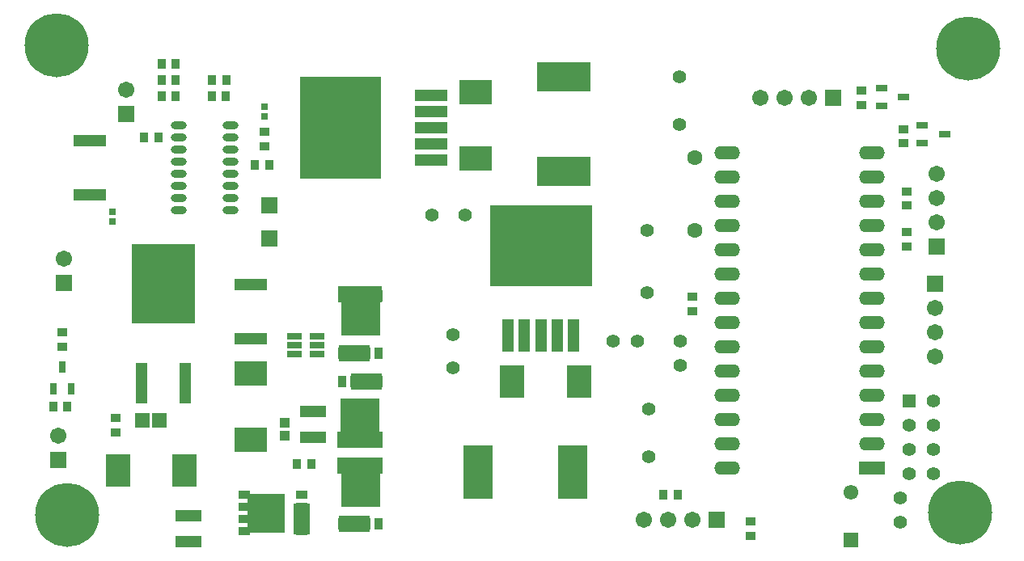
<source format=gts>
G04 Layer_Color=8388736*
%FSLAX43Y43*%
%MOMM*%
G71*
G01*
G75*
%ADD61R,0.903X1.103*%
%ADD62R,3.103X5.603*%
%ADD63R,4.703X1.703*%
%ADD64R,3.203X1.703*%
%ADD65R,1.703X3.203*%
%ADD66R,6.603X8.403*%
%ADD67R,1.253X4.303*%
%ADD68R,8.503X10.653*%
%ADD69R,3.403X1.253*%
%ADD70O,1.653X0.803*%
%ADD71R,1.103X0.903*%
%ADD72R,1.503X0.753*%
%ADD73R,10.653X8.503*%
%ADD74R,1.253X3.403*%
%ADD75R,2.603X3.503*%
%ADD76R,3.503X2.603*%
%ADD77R,5.603X3.103*%
%ADD78R,1.103X1.003*%
%ADD79R,2.803X1.303*%
%ADD80R,0.703X0.803*%
%ADD81R,1.703X1.703*%
%ADD82R,3.503X1.303*%
%ADD83R,1.253X0.803*%
%ADD84R,0.803X1.253*%
%ADD85R,0.813X1.223*%
%ADD86R,4.113X4.013*%
%ADD87R,1.223X0.813*%
%ADD88R,4.013X4.113*%
%ADD89R,4.603X1.703*%
%ADD90R,1.603X1.603*%
%ADD91C,1.403*%
%ADD92C,1.703*%
%ADD93C,1.603*%
%ADD94R,1.553X1.553*%
%ADD95C,1.553*%
%ADD96C,6.703*%
%ADD97O,2.703X1.403*%
%ADD98R,2.703X1.403*%
%ADD99R,1.403X1.403*%
%ADD100R,1.703X1.703*%
D61*
X68550Y6710D02*
D03*
X70050D02*
D03*
X4650Y16000D02*
D03*
X6150D02*
D03*
X25750Y41300D02*
D03*
X27250D02*
D03*
X14150Y44175D02*
D03*
X15650D02*
D03*
X16000Y48500D02*
D03*
X17500D02*
D03*
X22800Y50200D02*
D03*
X21300D02*
D03*
X21250Y48500D02*
D03*
X22750D02*
D03*
X17500Y51900D02*
D03*
X16000D02*
D03*
X30150Y10000D02*
D03*
X31650D02*
D03*
X17500Y50200D02*
D03*
X16000D02*
D03*
D62*
X59050Y9100D02*
D03*
X49150D02*
D03*
D63*
X36770Y9800D02*
D03*
Y12525D02*
D03*
D64*
X36160Y3700D02*
D03*
X37470Y18630D02*
D03*
X36200Y21600D02*
D03*
D65*
X30700Y4170D02*
D03*
D66*
X16200Y28800D02*
D03*
D67*
X18480Y18400D02*
D03*
X13920D02*
D03*
D68*
X34750Y45200D02*
D03*
D69*
X44200Y48600D02*
D03*
Y46900D02*
D03*
Y45200D02*
D03*
Y43500D02*
D03*
Y41800D02*
D03*
D70*
X23225Y36555D02*
D03*
Y37825D02*
D03*
Y39095D02*
D03*
Y40365D02*
D03*
Y41635D02*
D03*
Y42905D02*
D03*
Y44175D02*
D03*
Y45445D02*
D03*
X17775Y36555D02*
D03*
Y37825D02*
D03*
Y39095D02*
D03*
Y40365D02*
D03*
Y41635D02*
D03*
Y42905D02*
D03*
Y44175D02*
D03*
Y45445D02*
D03*
D71*
X5600Y22250D02*
D03*
Y23750D02*
D03*
X77700Y2450D02*
D03*
Y3950D02*
D03*
X93700Y45050D02*
D03*
Y43550D02*
D03*
X94000Y37030D02*
D03*
Y38530D02*
D03*
Y32750D02*
D03*
Y34250D02*
D03*
X89300Y49050D02*
D03*
Y47550D02*
D03*
X71530Y25950D02*
D03*
Y27450D02*
D03*
X26800Y43250D02*
D03*
Y44750D02*
D03*
X11200Y13250D02*
D03*
Y14750D02*
D03*
D72*
X32300Y23350D02*
D03*
Y22400D02*
D03*
Y21450D02*
D03*
X29900D02*
D03*
Y22400D02*
D03*
Y23350D02*
D03*
D73*
X55700Y32850D02*
D03*
D74*
X59100Y23400D02*
D03*
X57400D02*
D03*
X55700D02*
D03*
X54000D02*
D03*
X52300D02*
D03*
D75*
X18375Y9300D02*
D03*
X11425D02*
D03*
X52725Y18600D02*
D03*
X59675D02*
D03*
D76*
X48900Y41925D02*
D03*
Y48875D02*
D03*
X25300Y19475D02*
D03*
Y12525D02*
D03*
D77*
X58100Y50550D02*
D03*
Y40650D02*
D03*
D78*
X28900Y12900D02*
D03*
Y14300D02*
D03*
D79*
X31900Y15450D02*
D03*
Y12750D02*
D03*
X18800Y1850D02*
D03*
Y4550D02*
D03*
D80*
X10900Y36400D02*
D03*
Y35400D02*
D03*
X26800Y47400D02*
D03*
Y46400D02*
D03*
D81*
X27250Y37050D02*
D03*
Y33550D02*
D03*
X97000Y28800D02*
D03*
X5200Y10400D02*
D03*
X97100Y32700D02*
D03*
X5800Y28888D02*
D03*
X12300Y46600D02*
D03*
D82*
X8500Y38150D02*
D03*
Y43850D02*
D03*
X25300Y28750D02*
D03*
Y23050D02*
D03*
D83*
X95650Y45450D02*
D03*
Y43550D02*
D03*
X97950Y44500D02*
D03*
X91350Y49350D02*
D03*
Y47450D02*
D03*
X93650Y48400D02*
D03*
D84*
X4650Y17850D02*
D03*
X6550D02*
D03*
X5600Y20150D02*
D03*
D85*
X38700Y9700D02*
D03*
X37430D02*
D03*
X36160D02*
D03*
X34890D02*
D03*
X38700Y3700D02*
D03*
X37430D02*
D03*
X36160D02*
D03*
X34890D02*
D03*
X38700Y27600D02*
D03*
X37430D02*
D03*
X36160D02*
D03*
X34890D02*
D03*
X38700Y21600D02*
D03*
X37430D02*
D03*
X36160D02*
D03*
X34890D02*
D03*
Y12600D02*
D03*
X36160D02*
D03*
X37430D02*
D03*
X38700D02*
D03*
X34890Y18600D02*
D03*
X36160D02*
D03*
X37430D02*
D03*
X38700D02*
D03*
D86*
X36820Y7434D02*
D03*
Y25334D02*
D03*
X36770Y14866D02*
D03*
D87*
X24700Y6710D02*
D03*
Y5440D02*
D03*
Y4170D02*
D03*
Y2900D02*
D03*
X30700Y6710D02*
D03*
Y5440D02*
D03*
Y4170D02*
D03*
Y2900D02*
D03*
D88*
X26966Y4830D02*
D03*
D89*
X36800Y27700D02*
D03*
D90*
X15800Y14500D02*
D03*
X14000D02*
D03*
D91*
X70300Y20300D02*
D03*
Y22800D02*
D03*
X63300D02*
D03*
X65800D02*
D03*
X93300Y3900D02*
D03*
Y6400D02*
D03*
X66800Y27900D02*
D03*
Y34400D02*
D03*
X96790Y8980D02*
D03*
Y11520D02*
D03*
Y14060D02*
D03*
Y16600D02*
D03*
X94250Y8980D02*
D03*
Y11520D02*
D03*
Y14060D02*
D03*
X46550Y23499D02*
D03*
Y19999D02*
D03*
X47800Y36000D02*
D03*
X44300D02*
D03*
X67000Y10700D02*
D03*
Y15700D02*
D03*
X70200Y45500D02*
D03*
Y50500D02*
D03*
D92*
X97000Y26260D02*
D03*
Y23720D02*
D03*
Y21180D02*
D03*
X5200Y12940D02*
D03*
X71530Y4150D02*
D03*
X68990D02*
D03*
X66450D02*
D03*
X97100Y35240D02*
D03*
Y37780D02*
D03*
Y40320D02*
D03*
X5800Y31428D02*
D03*
X12300Y49140D02*
D03*
X83760Y48320D02*
D03*
X81220D02*
D03*
X78680D02*
D03*
D93*
X71800Y42010D02*
D03*
Y34390D02*
D03*
D94*
X88200Y2000D02*
D03*
D95*
X88200Y7000D02*
D03*
D96*
X99600Y4900D02*
D03*
X100400Y53500D02*
D03*
X5000Y53800D02*
D03*
X6150Y4600D02*
D03*
D97*
X75200Y42520D02*
D03*
Y39980D02*
D03*
Y37440D02*
D03*
Y34900D02*
D03*
Y32360D02*
D03*
Y29820D02*
D03*
Y27280D02*
D03*
Y24740D02*
D03*
Y22200D02*
D03*
Y19660D02*
D03*
Y17120D02*
D03*
Y14580D02*
D03*
Y12040D02*
D03*
Y9500D02*
D03*
X90400Y42520D02*
D03*
Y39980D02*
D03*
Y37440D02*
D03*
Y34900D02*
D03*
Y32360D02*
D03*
Y29820D02*
D03*
Y27280D02*
D03*
Y24740D02*
D03*
Y22200D02*
D03*
Y19660D02*
D03*
Y17120D02*
D03*
Y14580D02*
D03*
Y12040D02*
D03*
D98*
Y9500D02*
D03*
D99*
X94250Y16600D02*
D03*
D100*
X74070Y4150D02*
D03*
X86300Y48320D02*
D03*
M02*

</source>
